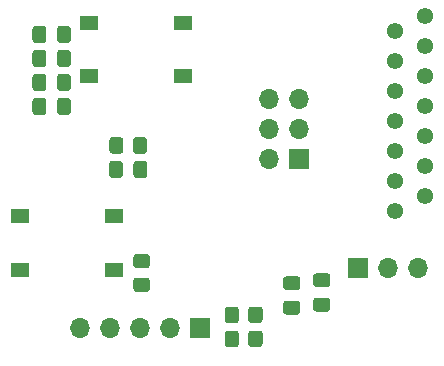
<source format=gbr>
%TF.GenerationSoftware,KiCad,Pcbnew,(5.1.10)-1*%
%TF.CreationDate,2022-01-13T15:18:29+01:00*%
%TF.ProjectId,3DESPWrover,33444553-5057-4726-9f76-65722e6b6963,rev?*%
%TF.SameCoordinates,Original*%
%TF.FileFunction,Soldermask,Top*%
%TF.FilePolarity,Negative*%
%FSLAX46Y46*%
G04 Gerber Fmt 4.6, Leading zero omitted, Abs format (unit mm)*
G04 Created by KiCad (PCBNEW (5.1.10)-1) date 2022-01-13 15:18:29*
%MOMM*%
%LPD*%
G01*
G04 APERTURE LIST*
%ADD10R,1.700000X1.700000*%
%ADD11O,1.700000X1.700000*%
%ADD12C,1.381000*%
%ADD13R,1.550000X1.300000*%
G04 APERTURE END LIST*
%TO.C,C1*%
G36*
G01*
X205460000Y-63025000D02*
X205460000Y-63975000D01*
G75*
G02*
X205210000Y-64225000I-250000J0D01*
G01*
X204535000Y-64225000D01*
G75*
G02*
X204285000Y-63975000I0J250000D01*
G01*
X204285000Y-63025000D01*
G75*
G02*
X204535000Y-62775000I250000J0D01*
G01*
X205210000Y-62775000D01*
G75*
G02*
X205460000Y-63025000I0J-250000D01*
G01*
G37*
G36*
G01*
X203385000Y-63025000D02*
X203385000Y-63975000D01*
G75*
G02*
X203135000Y-64225000I-250000J0D01*
G01*
X202460000Y-64225000D01*
G75*
G02*
X202210000Y-63975000I0J250000D01*
G01*
X202210000Y-63025000D01*
G75*
G02*
X202460000Y-62775000I250000J0D01*
G01*
X203135000Y-62775000D01*
G75*
G02*
X203385000Y-63025000I0J-250000D01*
G01*
G37*
%TD*%
%TO.C,C2*%
G36*
G01*
X205460000Y-65057000D02*
X205460000Y-66007000D01*
G75*
G02*
X205210000Y-66257000I-250000J0D01*
G01*
X204535000Y-66257000D01*
G75*
G02*
X204285000Y-66007000I0J250000D01*
G01*
X204285000Y-65057000D01*
G75*
G02*
X204535000Y-64807000I250000J0D01*
G01*
X205210000Y-64807000D01*
G75*
G02*
X205460000Y-65057000I0J-250000D01*
G01*
G37*
G36*
G01*
X203385000Y-65057000D02*
X203385000Y-66007000D01*
G75*
G02*
X203135000Y-66257000I-250000J0D01*
G01*
X202460000Y-66257000D01*
G75*
G02*
X202210000Y-66007000I0J250000D01*
G01*
X202210000Y-65057000D01*
G75*
G02*
X202460000Y-64807000I250000J0D01*
G01*
X203135000Y-64807000D01*
G75*
G02*
X203385000Y-65057000I0J-250000D01*
G01*
G37*
%TD*%
%TO.C,C3*%
G36*
G01*
X203385000Y-60993000D02*
X203385000Y-61943000D01*
G75*
G02*
X203135000Y-62193000I-250000J0D01*
G01*
X202460000Y-62193000D01*
G75*
G02*
X202210000Y-61943000I0J250000D01*
G01*
X202210000Y-60993000D01*
G75*
G02*
X202460000Y-60743000I250000J0D01*
G01*
X203135000Y-60743000D01*
G75*
G02*
X203385000Y-60993000I0J-250000D01*
G01*
G37*
G36*
G01*
X205460000Y-60993000D02*
X205460000Y-61943000D01*
G75*
G02*
X205210000Y-62193000I-250000J0D01*
G01*
X204535000Y-62193000D01*
G75*
G02*
X204285000Y-61943000I0J250000D01*
G01*
X204285000Y-60993000D01*
G75*
G02*
X204535000Y-60743000I250000J0D01*
G01*
X205210000Y-60743000D01*
G75*
G02*
X205460000Y-60993000I0J-250000D01*
G01*
G37*
%TD*%
%TO.C,C4*%
G36*
G01*
X205460000Y-67089000D02*
X205460000Y-68039000D01*
G75*
G02*
X205210000Y-68289000I-250000J0D01*
G01*
X204535000Y-68289000D01*
G75*
G02*
X204285000Y-68039000I0J250000D01*
G01*
X204285000Y-67089000D01*
G75*
G02*
X204535000Y-66839000I250000J0D01*
G01*
X205210000Y-66839000D01*
G75*
G02*
X205460000Y-67089000I0J-250000D01*
G01*
G37*
G36*
G01*
X203385000Y-67089000D02*
X203385000Y-68039000D01*
G75*
G02*
X203135000Y-68289000I-250000J0D01*
G01*
X202460000Y-68289000D01*
G75*
G02*
X202210000Y-68039000I0J250000D01*
G01*
X202210000Y-67089000D01*
G75*
G02*
X202460000Y-66839000I250000J0D01*
G01*
X203135000Y-66839000D01*
G75*
G02*
X203385000Y-67089000I0J-250000D01*
G01*
G37*
%TD*%
%TO.C,C6*%
G36*
G01*
X224630000Y-83116000D02*
X223680000Y-83116000D01*
G75*
G02*
X223430000Y-82866000I0J250000D01*
G01*
X223430000Y-82191000D01*
G75*
G02*
X223680000Y-81941000I250000J0D01*
G01*
X224630000Y-81941000D01*
G75*
G02*
X224880000Y-82191000I0J-250000D01*
G01*
X224880000Y-82866000D01*
G75*
G02*
X224630000Y-83116000I-250000J0D01*
G01*
G37*
G36*
G01*
X224630000Y-85191000D02*
X223680000Y-85191000D01*
G75*
G02*
X223430000Y-84941000I0J250000D01*
G01*
X223430000Y-84266000D01*
G75*
G02*
X223680000Y-84016000I250000J0D01*
G01*
X224630000Y-84016000D01*
G75*
G02*
X224880000Y-84266000I0J-250000D01*
G01*
X224880000Y-84941000D01*
G75*
G02*
X224630000Y-85191000I-250000J0D01*
G01*
G37*
%TD*%
%TO.C,C8*%
G36*
G01*
X211937000Y-72423000D02*
X211937000Y-73373000D01*
G75*
G02*
X211687000Y-73623000I-250000J0D01*
G01*
X211012000Y-73623000D01*
G75*
G02*
X210762000Y-73373000I0J250000D01*
G01*
X210762000Y-72423000D01*
G75*
G02*
X211012000Y-72173000I250000J0D01*
G01*
X211687000Y-72173000D01*
G75*
G02*
X211937000Y-72423000I0J-250000D01*
G01*
G37*
G36*
G01*
X209862000Y-72423000D02*
X209862000Y-73373000D01*
G75*
G02*
X209612000Y-73623000I-250000J0D01*
G01*
X208937000Y-73623000D01*
G75*
G02*
X208687000Y-73373000I0J250000D01*
G01*
X208687000Y-72423000D01*
G75*
G02*
X208937000Y-72173000I250000J0D01*
G01*
X209612000Y-72173000D01*
G75*
G02*
X209862000Y-72423000I0J-250000D01*
G01*
G37*
%TD*%
%TO.C,C11*%
G36*
G01*
X226220000Y-81687000D02*
X227170000Y-81687000D01*
G75*
G02*
X227420000Y-81937000I0J-250000D01*
G01*
X227420000Y-82612000D01*
G75*
G02*
X227170000Y-82862000I-250000J0D01*
G01*
X226220000Y-82862000D01*
G75*
G02*
X225970000Y-82612000I0J250000D01*
G01*
X225970000Y-81937000D01*
G75*
G02*
X226220000Y-81687000I250000J0D01*
G01*
G37*
G36*
G01*
X226220000Y-83762000D02*
X227170000Y-83762000D01*
G75*
G02*
X227420000Y-84012000I0J-250000D01*
G01*
X227420000Y-84687000D01*
G75*
G02*
X227170000Y-84937000I-250000J0D01*
G01*
X226220000Y-84937000D01*
G75*
G02*
X225970000Y-84687000I0J250000D01*
G01*
X225970000Y-84012000D01*
G75*
G02*
X226220000Y-83762000I250000J0D01*
G01*
G37*
%TD*%
D10*
%TO.C,J2*%
X229743000Y-81254600D03*
D11*
X232283000Y-81254600D03*
X234823000Y-81254600D03*
%TD*%
%TO.C,R1*%
G36*
G01*
X220491000Y-85667001D02*
X220491000Y-84766999D01*
G75*
G02*
X220740999Y-84517000I249999J0D01*
G01*
X221441001Y-84517000D01*
G75*
G02*
X221691000Y-84766999I0J-249999D01*
G01*
X221691000Y-85667001D01*
G75*
G02*
X221441001Y-85917000I-249999J0D01*
G01*
X220740999Y-85917000D01*
G75*
G02*
X220491000Y-85667001I0J249999D01*
G01*
G37*
G36*
G01*
X218491000Y-85667001D02*
X218491000Y-84766999D01*
G75*
G02*
X218740999Y-84517000I249999J0D01*
G01*
X219441001Y-84517000D01*
G75*
G02*
X219691000Y-84766999I0J-249999D01*
G01*
X219691000Y-85667001D01*
G75*
G02*
X219441001Y-85917000I-249999J0D01*
G01*
X218740999Y-85917000D01*
G75*
G02*
X218491000Y-85667001I0J249999D01*
G01*
G37*
%TD*%
%TO.C,R2*%
G36*
G01*
X218491000Y-87699001D02*
X218491000Y-86798999D01*
G75*
G02*
X218740999Y-86549000I249999J0D01*
G01*
X219441001Y-86549000D01*
G75*
G02*
X219691000Y-86798999I0J-249999D01*
G01*
X219691000Y-87699001D01*
G75*
G02*
X219441001Y-87949000I-249999J0D01*
G01*
X218740999Y-87949000D01*
G75*
G02*
X218491000Y-87699001I0J249999D01*
G01*
G37*
G36*
G01*
X220491000Y-87699001D02*
X220491000Y-86798999D01*
G75*
G02*
X220740999Y-86549000I249999J0D01*
G01*
X221441001Y-86549000D01*
G75*
G02*
X221691000Y-86798999I0J-249999D01*
G01*
X221691000Y-87699001D01*
G75*
G02*
X221441001Y-87949000I-249999J0D01*
G01*
X220740999Y-87949000D01*
G75*
G02*
X220491000Y-87699001I0J249999D01*
G01*
G37*
%TD*%
%TO.C,R3*%
G36*
G01*
X211912000Y-70415999D02*
X211912000Y-71316001D01*
G75*
G02*
X211662001Y-71566000I-249999J0D01*
G01*
X210961999Y-71566000D01*
G75*
G02*
X210712000Y-71316001I0J249999D01*
G01*
X210712000Y-70415999D01*
G75*
G02*
X210961999Y-70166000I249999J0D01*
G01*
X211662001Y-70166000D01*
G75*
G02*
X211912000Y-70415999I0J-249999D01*
G01*
G37*
G36*
G01*
X209912000Y-70415999D02*
X209912000Y-71316001D01*
G75*
G02*
X209662001Y-71566000I-249999J0D01*
G01*
X208961999Y-71566000D01*
G75*
G02*
X208712000Y-71316001I0J249999D01*
G01*
X208712000Y-70415999D01*
G75*
G02*
X208961999Y-70166000I249999J0D01*
G01*
X209662001Y-70166000D01*
G75*
G02*
X209912000Y-70415999I0J-249999D01*
G01*
G37*
%TD*%
D10*
%TO.C,J1*%
X216408000Y-86360000D03*
D11*
X213868000Y-86360000D03*
X211328000Y-86360000D03*
X208788000Y-86360000D03*
X206248000Y-86360000D03*
%TD*%
D10*
%TO.C,J3*%
X224790000Y-72009000D03*
D11*
X222250000Y-72009000D03*
X224790000Y-69469000D03*
X222250000Y-69469000D03*
X224790000Y-66929000D03*
X222250000Y-66929000D03*
%TD*%
D12*
%TO.C,J4*%
X232918000Y-76454000D03*
X235458000Y-75184000D03*
X232918000Y-73914000D03*
X235458000Y-72644000D03*
X232918000Y-71374000D03*
X235458000Y-70104000D03*
X232918000Y-68834000D03*
X235458000Y-67564000D03*
X232918000Y-66294000D03*
X235458000Y-65024000D03*
X232918000Y-63754000D03*
X235458000Y-62484000D03*
X232918000Y-61214000D03*
X235458000Y-59944000D03*
%TD*%
D13*
%TO.C,SW1*%
X214922000Y-64988000D03*
X206972000Y-64988000D03*
X214922000Y-60488000D03*
X206972000Y-60488000D03*
%TD*%
%TO.C,SW2*%
X201130000Y-76871000D03*
X209080000Y-76871000D03*
X201130000Y-81371000D03*
X209080000Y-81371000D03*
%TD*%
%TO.C,R4*%
G36*
G01*
X211004999Y-80061000D02*
X211905001Y-80061000D01*
G75*
G02*
X212155000Y-80310999I0J-249999D01*
G01*
X212155000Y-81011001D01*
G75*
G02*
X211905001Y-81261000I-249999J0D01*
G01*
X211004999Y-81261000D01*
G75*
G02*
X210755000Y-81011001I0J249999D01*
G01*
X210755000Y-80310999D01*
G75*
G02*
X211004999Y-80061000I249999J0D01*
G01*
G37*
G36*
G01*
X211004999Y-82061000D02*
X211905001Y-82061000D01*
G75*
G02*
X212155000Y-82310999I0J-249999D01*
G01*
X212155000Y-83011001D01*
G75*
G02*
X211905001Y-83261000I-249999J0D01*
G01*
X211004999Y-83261000D01*
G75*
G02*
X210755000Y-83011001I0J249999D01*
G01*
X210755000Y-82310999D01*
G75*
G02*
X211004999Y-82061000I249999J0D01*
G01*
G37*
%TD*%
M02*

</source>
